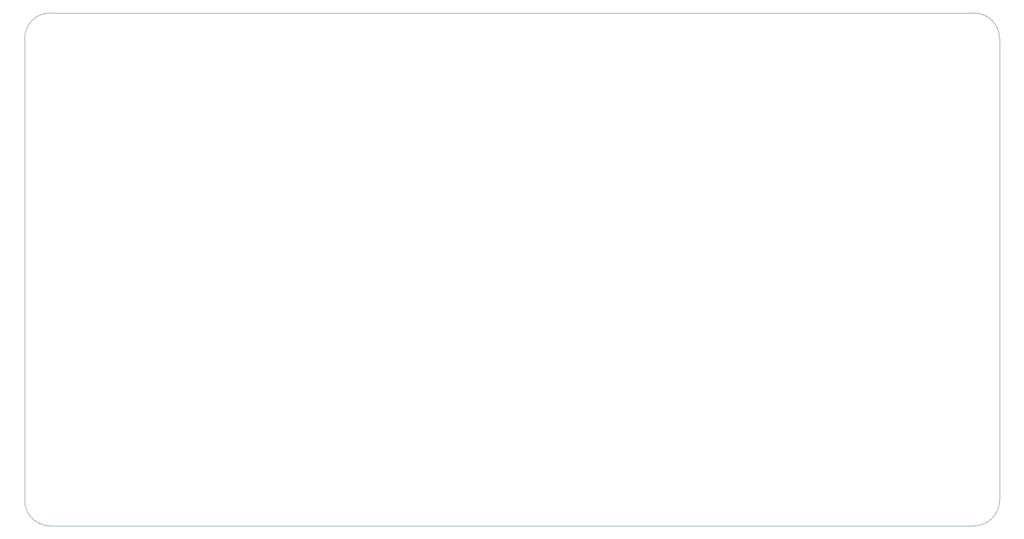
<source format=gbr>
%TF.GenerationSoftware,KiCad,Pcbnew,8.0.6*%
%TF.CreationDate,2024-12-27T12:36:34+00:00*%
%TF.ProjectId,a0,61302e6b-6963-4616-945f-706362585858,rev?*%
%TF.SameCoordinates,Original*%
%TF.FileFunction,Profile,NP*%
%FSLAX46Y46*%
G04 Gerber Fmt 4.6, Leading zero omitted, Abs format (unit mm)*
G04 Created by KiCad (PCBNEW 8.0.6) date 2024-12-27 12:36:34*
%MOMM*%
%LPD*%
G01*
G04 APERTURE LIST*
%TA.AperFunction,Profile*%
%ADD10C,0.100000*%
%TD*%
G04 APERTURE END LIST*
D10*
X232500000Y-42500000D02*
G75*
G02*
X237500000Y-47500000I0J-5000000D01*
G01*
X47500000Y-137500000D02*
X47500000Y-47500000D01*
X237500000Y-53500000D02*
X237500000Y-137500000D01*
X237500000Y-47500000D02*
X237500000Y-53500000D01*
X47500000Y-47500000D02*
G75*
G02*
X52500000Y-42500000I5000000J0D01*
G01*
X52500000Y-42500000D02*
X232500000Y-42500000D01*
X52500000Y-142500000D02*
G75*
G02*
X47500000Y-137500000I0J5000000D01*
G01*
X237500000Y-137500000D02*
G75*
G02*
X232500000Y-142500000I-5000000J0D01*
G01*
X232500000Y-142500000D02*
X52500000Y-142500000D01*
M02*

</source>
